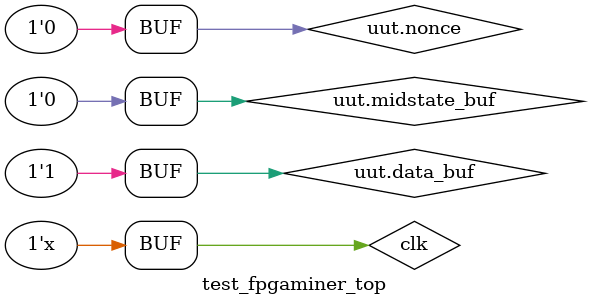
<source format=v>
`timescale 1ns / 1ps


module test_fpgaminer_top ();

	reg clk = 1'b0;

	fpgaminer_top uut (clk);


	reg [31:0] cycle = 32'd0;

	initial begin
		clk = 0;
		#100

		// Test data
		uut.midstate_buf = 256'h228ea4732a3c9ba860c009cda7252b9161a5e75ec8c582a5f106abb3af41f790;
		uut.data_buf = 512'h000002800000000000000000000000000000000000000000000000000000000000000000000000000000000080000000000000002194261a9395e64dbed17115;
		uut.nonce = 32'h0e33337a - 256;	// Minus a little so we can exercise the code a bit
	end
	
	always #5 clk = ~clk;


	always @ (posedge clk)
	begin
		cycle <= cycle + 32'd1;
	end

endmodule

</source>
